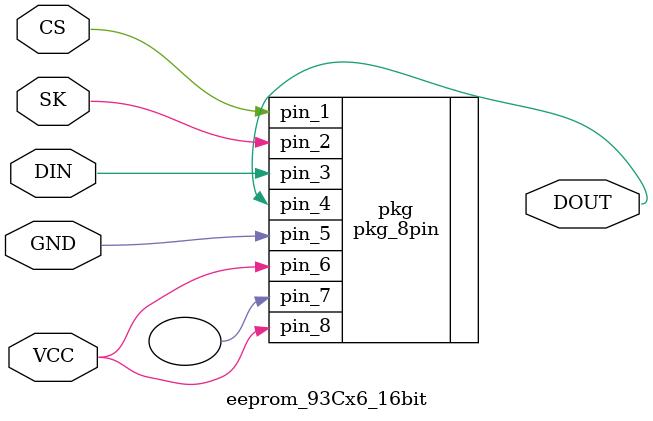
<source format=v>
module eeprom_93Cx6_16bit (GND, VCC, CS, SK, DIN, DOUT);

input GND, VCC;
input CS, SK, DIN;
output DOUT;

/* instantiate the package; the mapping of signals to pins is defined here */

pkg_8pin pkg   (.pin_1(CS),
		.pin_2(SK),
		.pin_3(DIN),
		.pin_4(DOUT),
		.pin_5(GND),
		.pin_6(VCC),	/* ORG input on some 93Cx6 variants */
		.pin_7(),	/* no connect */
		.pin_8(VCC)
	);

endmodule

</source>
